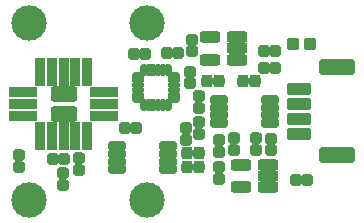
<source format=gbr>
G04 #@! TF.GenerationSoftware,KiCad,Pcbnew,(5.99.0-10394-g2e15de97e0)*
G04 #@! TF.CreationDate,2021-08-05T10:27:57+02:00*
G04 #@! TF.ProjectId,TFASPDIMU02A,54464153-5044-4494-9d55-3032412e6b69,rev?*
G04 #@! TF.SameCoordinates,Original*
G04 #@! TF.FileFunction,Soldermask,Bot*
G04 #@! TF.FilePolarity,Negative*
%FSLAX46Y46*%
G04 Gerber Fmt 4.6, Leading zero omitted, Abs format (unit mm)*
G04 Created by KiCad (PCBNEW (5.99.0-10394-g2e15de97e0)) date 2021-08-05 10:27:57*
%MOMM*%
%LPD*%
G01*
G04 APERTURE LIST*
G04 Aperture macros list*
%AMRoundRect*
0 Rectangle with rounded corners*
0 $1 Rounding radius*
0 $2 $3 $4 $5 $6 $7 $8 $9 X,Y pos of 4 corners*
0 Add a 4 corners polygon primitive as box body*
4,1,4,$2,$3,$4,$5,$6,$7,$8,$9,$2,$3,0*
0 Add four circle primitives for the rounded corners*
1,1,$1+$1,$2,$3*
1,1,$1+$1,$4,$5*
1,1,$1+$1,$6,$7*
1,1,$1+$1,$8,$9*
0 Add four rect primitives between the rounded corners*
20,1,$1+$1,$2,$3,$4,$5,0*
20,1,$1+$1,$4,$5,$6,$7,0*
20,1,$1+$1,$6,$7,$8,$9,0*
20,1,$1+$1,$8,$9,$2,$3,0*%
%AMFreePoly0*
4,1,21,1.086777,0.430194,1.156366,0.374698,1.194986,0.294504,1.200000,0.250000,1.200000,-0.250000,1.180194,-0.336777,1.124698,-0.406366,1.044504,-0.444986,1.000000,-0.450000,-1.000000,-0.450000,-1.086777,-0.430194,-1.156366,-0.374698,-1.194986,-0.294504,-1.200000,-0.250000,-1.200000,0.250000,-1.180194,0.336777,-1.124698,0.406366,-1.044504,0.444986,-1.000000,0.450000,1.000000,0.450000,
1.086777,0.430194,1.086777,0.430194,$1*%
%AMFreePoly1*
4,1,21,0.986777,0.630194,1.056366,0.574698,1.094986,0.494504,1.100000,0.450000,1.100000,-0.450000,1.080194,-0.536777,1.024698,-0.606366,0.944504,-0.644986,0.900000,-0.650000,-0.900000,-0.650000,-0.986777,-0.630194,-1.056366,-0.574698,-1.094986,-0.494504,-1.100000,-0.450000,-1.100000,0.450000,-1.080194,0.536777,-1.024698,0.606366,-0.944504,0.644986,-0.900000,0.650000,0.900000,0.650000,
0.986777,0.630194,0.986777,0.630194,$1*%
G04 Aperture macros list end*
%ADD10C,3.000000*%
%ADD11RoundRect,0.240000X-0.240000X-0.270000X0.240000X-0.270000X0.240000X0.270000X-0.240000X0.270000X0*%
%ADD12RoundRect,0.235000X0.235000X0.285000X-0.235000X0.285000X-0.235000X-0.285000X0.235000X-0.285000X0*%
%ADD13RoundRect,0.240000X-0.270000X0.240000X-0.270000X-0.240000X0.270000X-0.240000X0.270000X0.240000X0*%
%ADD14RoundRect,0.240000X0.270000X-0.240000X0.270000X0.240000X-0.270000X0.240000X-0.270000X-0.240000X0*%
%ADD15RoundRect,0.235000X-0.285000X0.235000X-0.285000X-0.235000X0.285000X-0.235000X0.285000X0.235000X0*%
%ADD16RoundRect,0.235000X-0.235000X-0.285000X0.235000X-0.285000X0.235000X0.285000X-0.235000X0.285000X0*%
%ADD17RoundRect,0.200000X0.300000X0.350000X-0.300000X0.350000X-0.300000X-0.350000X0.300000X-0.350000X0*%
%ADD18RoundRect,0.200000X0.550000X0.200000X-0.550000X0.200000X-0.550000X-0.200000X0.550000X-0.200000X0*%
%ADD19RoundRect,0.235000X0.285000X-0.235000X0.285000X0.235000X-0.285000X0.235000X-0.285000X-0.235000X0*%
%ADD20FreePoly0,180.000000*%
%ADD21FreePoly0,90.000000*%
%ADD22FreePoly1,180.000000*%
%ADD23RoundRect,0.250000X-0.800000X0.250000X-0.800000X-0.250000X0.800000X-0.250000X0.800000X0.250000X0*%
%ADD24RoundRect,0.350000X-1.200000X0.350000X-1.200000X-0.350000X1.200000X-0.350000X1.200000X0.350000X0*%
%ADD25RoundRect,0.240000X0.240000X0.270000X-0.240000X0.270000X-0.240000X-0.270000X0.240000X-0.270000X0*%
%ADD26RoundRect,0.200000X-0.550000X-0.200000X0.550000X-0.200000X0.550000X0.200000X-0.550000X0.200000X0*%
%ADD27RoundRect,0.250000X0.612500X0.250000X-0.612500X0.250000X-0.612500X-0.250000X0.612500X-0.250000X0*%
%ADD28RoundRect,0.150000X-0.325000X-0.150000X0.325000X-0.150000X0.325000X0.150000X-0.325000X0.150000X0*%
%ADD29RoundRect,0.150000X-0.150000X0.325000X-0.150000X-0.325000X0.150000X-0.325000X0.150000X0.325000X0*%
G04 APERTURE END LIST*
D10*
X2500000Y15000000D03*
X2500000Y0D03*
X12500000Y0D03*
X12500000Y15000000D03*
D11*
X25047000Y1651000D03*
X26007000Y1651000D03*
D12*
X21592000Y10033000D03*
X20572000Y10033000D03*
D13*
X15748000Y6068000D03*
X15748000Y5108000D03*
D14*
X16129000Y9906000D03*
X16129000Y10866000D03*
D15*
X16891000Y8765000D03*
X16891000Y7745000D03*
D11*
X22380000Y11176000D03*
X23340000Y11176000D03*
X10569000Y6096000D03*
X11529000Y6096000D03*
D16*
X17524000Y10033000D03*
X18544000Y10033000D03*
D17*
X24827000Y13208000D03*
X26227000Y13208000D03*
D14*
X18542000Y4092000D03*
X18542000Y5052000D03*
D13*
X22987000Y5179000D03*
X22987000Y4219000D03*
D18*
X14215000Y4531000D03*
X14215000Y3881000D03*
X14215000Y3231000D03*
X14215000Y2581000D03*
X9915000Y2581000D03*
X9915000Y3231000D03*
X9915000Y3881000D03*
X9915000Y4531000D03*
D19*
X1651000Y2792000D03*
X1651000Y3812000D03*
D15*
X19812000Y5209000D03*
X19812000Y4189000D03*
D11*
X22380000Y12573000D03*
X23340000Y12573000D03*
D15*
X21717000Y5209000D03*
X21717000Y4189000D03*
D20*
X8850000Y9150000D03*
X8850000Y8150000D03*
X8850000Y7150000D03*
D21*
X7400000Y5450000D03*
X6400000Y5450000D03*
X5400000Y5450000D03*
X4400000Y5450000D03*
X3400000Y5450000D03*
D20*
X1950000Y7150000D03*
X1950000Y8150000D03*
X1950000Y9150000D03*
D21*
X3400000Y10850000D03*
X4400000Y10850000D03*
X5400000Y10850000D03*
X6400000Y10850000D03*
X7400000Y10850000D03*
D22*
X5400000Y9000000D03*
X5400000Y7300000D03*
D23*
X25328000Y9375000D03*
X25328000Y8125000D03*
X25328000Y6875000D03*
X25328000Y5625000D03*
D24*
X28528000Y3775000D03*
X28528000Y11225000D03*
D25*
X12291000Y12319000D03*
X11331000Y12319000D03*
D11*
X14125000Y12446000D03*
X15085000Y12446000D03*
D12*
X16893000Y2794000D03*
X15873000Y2794000D03*
D11*
X4473000Y3429000D03*
X5433000Y3429000D03*
D13*
X16256000Y13561000D03*
X16256000Y12601000D03*
D19*
X16891000Y5586000D03*
X16891000Y6606000D03*
D15*
X5334000Y2288000D03*
X5334000Y1268000D03*
D26*
X18551000Y6518000D03*
X18551000Y7168000D03*
X18551000Y7818000D03*
X18551000Y8468000D03*
X22851000Y8468000D03*
X22851000Y7818000D03*
X22851000Y7168000D03*
X22851000Y6518000D03*
D19*
X6731000Y2536000D03*
X6731000Y3556000D03*
D27*
X20060500Y13777000D03*
X20060500Y12827000D03*
X20060500Y11877000D03*
X17785500Y11877000D03*
X17785500Y13777000D03*
D12*
X16893000Y3937000D03*
X15873000Y3937000D03*
D27*
X22727500Y2982000D03*
X22727500Y2032000D03*
X22727500Y1082000D03*
X20452500Y1082000D03*
X20452500Y2982000D03*
D13*
X18542000Y2766000D03*
X18542000Y1806000D03*
D28*
X11708000Y8525000D03*
X11708000Y8925000D03*
X11708000Y9325000D03*
X11708000Y9725000D03*
X11708000Y10125000D03*
X11708000Y10525000D03*
D29*
X12208000Y11025000D03*
X12608000Y11025000D03*
X13008000Y11025000D03*
X13408000Y11025000D03*
X13808000Y11025000D03*
X14208000Y11025000D03*
D28*
X14708000Y10525000D03*
X14708000Y10125000D03*
X14708000Y9725000D03*
X14708000Y9325000D03*
X14708000Y8925000D03*
X14708000Y8525000D03*
D29*
X14208000Y8025000D03*
X13808000Y8025000D03*
X13408000Y8025000D03*
X13008000Y8025000D03*
X12608000Y8025000D03*
X12208000Y8025000D03*
M02*

</source>
